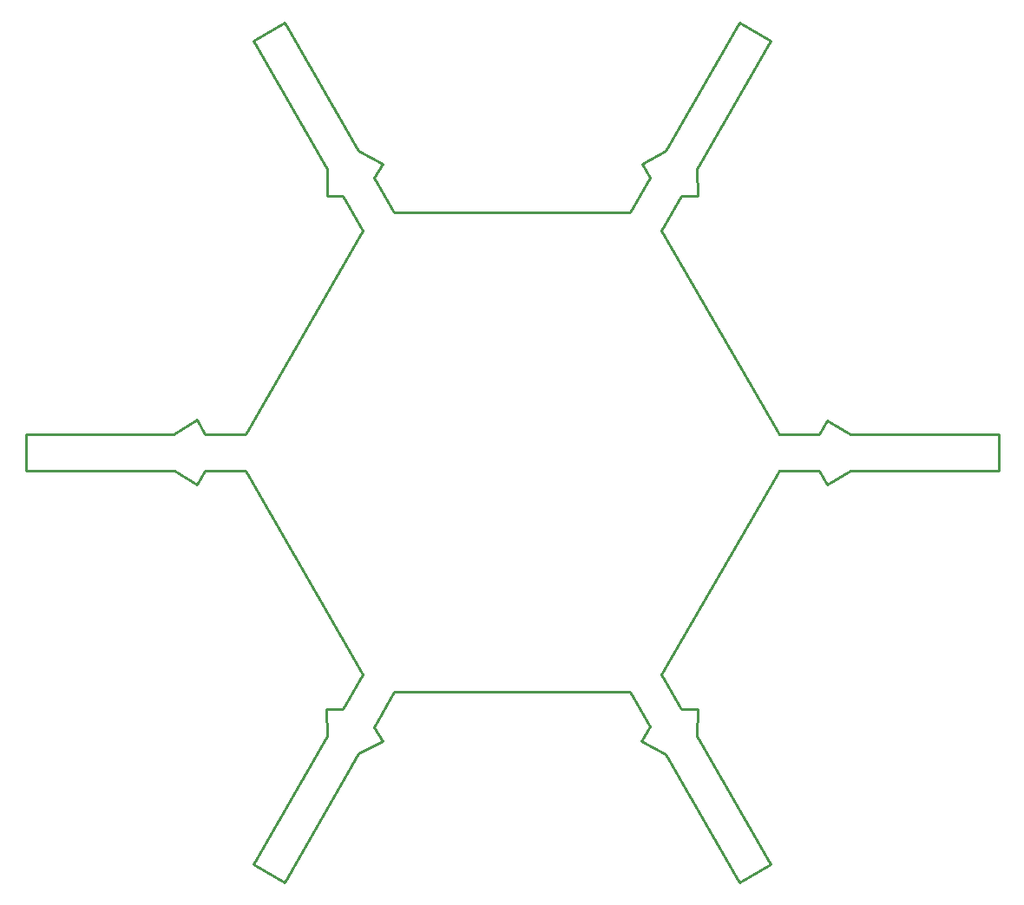
<source format=gko>
G04 ---------------------------- Layer name :KeepOutLayer*
G04 EasyEDA v5.8.22, Wed, 05 Dec 2018 12:37:06 GMT*
G04 38c36d2c5fec4219b0fe707d271aa1e6*
G04 Gerber Generator version 0.2*
G04 Scale: 100 percent, Rotated: No, Reflected: No *
G04 Dimensions in inches *
G04 leading zeros omitted , absolute positions ,2 integer and 4 decimal *
%FSLAX24Y24*%
%MOIN*%
G90*
G70D02*

%ADD10C,0.010000*%
G54D10*
G01X28932Y17223D02*
G01X24409Y25057D01*
G01X25180Y26390D01*
G01X25811Y26386D01*
G01X25784Y27436D01*
G01X28628Y32363D01*
G01X27425Y33057D01*
G01X24573Y28117D01*
G01X23665Y27626D01*
G01X23980Y27088D01*
G01X23207Y25751D01*
G01X14161Y25751D01*
G01X13392Y27084D01*
G01X13711Y27630D01*
G01X12788Y28130D01*
G01X9944Y33057D01*
G01X8740Y32363D01*
G01X11592Y27424D01*
G01X11565Y26390D01*
G01X12186Y26394D01*
G01X12959Y25057D01*
G01X8436Y17223D01*
G01X6896Y17223D01*
G01X6582Y17772D01*
G01X5688Y17223D01*
G01X0Y17223D01*
G01X0Y15834D01*
G01X5703Y15834D01*
G01X6582Y15294D01*
G01X6890Y15834D01*
G01X8436Y15834D01*
G01X12959Y8000D01*
G01X12188Y6667D01*
G01X11557Y6669D01*
G01X11584Y5619D01*
G01X8740Y694D01*
G01X9944Y0D01*
G01X12794Y4938D01*
G01X13703Y5430D01*
G01X13388Y5967D01*
G01X14161Y7305D01*
G01X23207Y7305D01*
G01X23978Y5972D01*
G01X23657Y5426D01*
G01X24582Y4926D01*
G01X27425Y0D01*
G01X28628Y694D01*
G01X25777Y5632D01*
G01X25805Y6665D01*
G01X25182Y6661D01*
G01X24409Y8000D01*
G01X28933Y15834D01*
G01X30473Y15834D01*
G01X30786Y15284D01*
G01X31680Y15834D01*
G01X37369Y15834D01*
G01X37369Y17222D01*
G01X31666Y17222D01*
G01X30786Y17763D01*
G01X30478Y17222D01*
G01X28933Y17222D01*

%LPD*%
M00*
M02*

</source>
